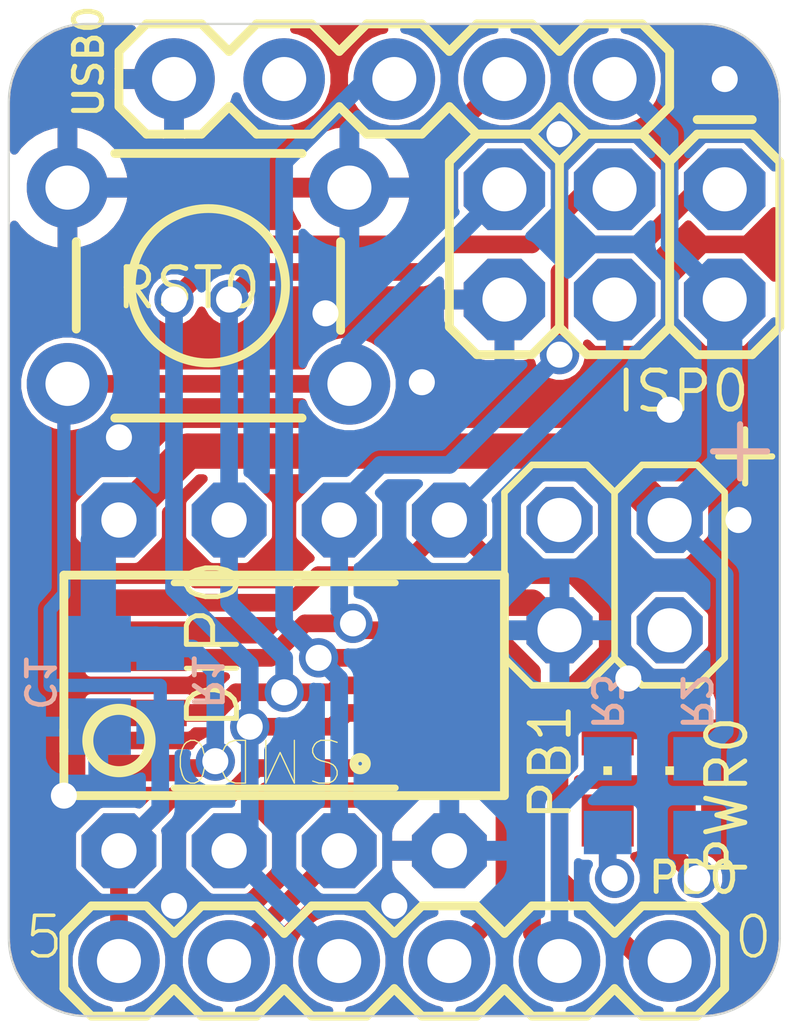
<source format=kicad_pcb>
(kicad_pcb (version 20241229) (generator "pcbnew") (generator_version "9.0")
  (layers (0 "F.Cu" signal) (2 "B.Cu" signal) (13 "F.Paste" user) (15 "B.Paste" user) (5 "F.SilkS" user "F.Silkscreen") (7 "B.SilkS" user "B.Silkscreen") (1 "F.Mask" user) (3 "B.Mask" user) (25 "Edge.Cuts" user))
  (net 0 "")
  (net 1 "N$1")
  (net 2 "VDD")
  (net 3 "GND")
  (net 4 "PB0/MOSI")
  (net 5 "PB1/MISO")
  (net 6 "PB2/SCK")
  (net 7 "PB3/D-")
  (net 8 "PB5/RST")
  (net 9 "PB4/D+")
  (net 10 "ID")
  (net 11 "N$2")
  (footprint "ATtiny prog board with USB:TACTILE-PTH" (layer "F.Cu") (at 144.214853 99.606094 180)
    (property "Reference" "RST0" (at -1.27 0.47625 0) (layer "F.SilkS") (effects (font (size 0.9017 0.9017) (thickness 0.1143)) (justify right top)))
    (property "Value" "" (hide yes))
    (fp_line (start 3.048 -0.998) (end 3.048 1.016) (stroke (width 0.2032)) (layer "F.SilkS"))
    (fp_line (start 2.159 -3.048) (end -2.159 -3.048) (stroke (width 0.2032)) (layer "F.SilkS"))
    (fp_line (start -2.159 3.048) (end 2.159 3.048) (stroke (width 0.2032)) (layer "F.SilkS"))
    (fp_line (start -3.048 -1.028) (end -3.048 1.016) (stroke (width 0.2032)) (layer "F.SilkS"))
    (fp_circle (center 0 0) (end 1.778 0) (stroke (width 0.2032)) (fill no) (layer "F.SilkS"))
    (pad "1" thru_hole circle (at -3.2512 -2.2606 180) (size 1.8796 1.8796) (drill 1.016) (layers "*.Cu" "*.Mask") (net 8 "PB5/RST"))
    (pad "2" thru_hole circle (at 3.2512 -2.2606 180) (size 1.8796 1.8796) (drill 1.016) (layers "*.Cu" "*.Mask") (net 8 "PB5/RST"))
    (pad "3" thru_hole circle (at -3.2512 2.2606 180) (size 1.8796 1.8796) (drill 1.016) (layers "*.Cu" "*.Mask") (net 3 "GND"))
    (pad "4" thru_hole circle (at 3.2512 2.2606 180) (size 1.8796 1.8796) (drill 1.016) (layers "*.Cu" "*.Mask") (net 3 "GND"))
  )
  (footprint "ATtiny prog board with USB:SO08-EIAJ" (layer "F.Cu") (at 145.961103 108.813594 90)
    (property "Reference" "SMD0" (at -1.143 1.42875 180) (layer "F.SilkS") (effects (font (size 0.986089 0.986089) (thickness 0.029911)) (justify left bottom)))
    (property "Value" "")
    (fp_line (start -2.362 -2.5396) (end -2.362 2.565) (stroke (width 0.1524)) (layer "F.SilkS"))
    (fp_line (start 2.362 2.565) (end 2.362 -2.5396) (stroke (width 0.1524)) (layer "F.SilkS"))
    (fp_circle (center -1.8034 1.7526) (end -1.6598 1.7526) (stroke (width 0.2032)) (fill no) (layer "F.SilkS"))
    (pad "1" smd rect (at -1.905 3.3782 90) (size 0.6096 2.2098) (layers "F.Cu" "F.Mask" "F.Paste") (net 8 "PB5/RST"))
    (pad "2" smd rect (at -0.635 3.3782 90) (size 0.6096 2.2098) (layers "F.Cu" "F.Mask" "F.Paste") (net 7 "PB3/D-"))
    (pad "3" smd rect (at 0.635 3.3782 90) (size 0.6096 2.2098) (layers "F.Cu" "F.Mask" "F.Paste") (net 9 "PB4/D+"))
    (pad "4" smd rect (at 1.905 3.3782 90) (size 0.6096 2.2098) (layers "F.Cu" "F.Mask" "F.Paste") (net 3 "GND"))
    (pad "5" smd rect (at 1.905 -3.3528 90) (size 0.6096 2.2098) (layers "F.Cu" "F.Mask" "F.Paste") (net 4 "PB0/MOSI"))
    (pad "6" smd rect (at 0.635 -3.3528 90) (size 0.6096 2.2098) (layers "F.Cu" "F.Mask" "F.Paste") (net 5 "PB1/MISO"))
    (pad "7" smd rect (at -0.635 -3.3528 90) (size 0.6096 2.2098) (layers "F.Cu" "F.Mask" "F.Paste") (net 6 "PB2/SCK"))
    (pad "8" smd rect (at -1.905 -3.3528 90) (size 0.6096 2.2098) (layers "F.Cu" "F.Mask" "F.Paste") (net 2 "VDD"))
  )
  (footprint "ATtiny prog board with USB:LED-805" (layer "F.Cu") (at 154.851103 110.877344)
    (property "Reference" "PWR_LED0" (hide yes))
    (property "Value" "")
    (fp_poly (pts (xy -0.1 0) (xy 0.1 0) (xy 0.1 -0.2) (xy -0.1 -0.2)) (fill yes) (layer "F.SilkS"))
    (pad "A" smd rect (at 0 1.05) (size 1.2 1.2) (layers "F.Cu" "F.Mask" "F.Paste") (net 1 "N$1"))
    (pad "C" smd rect (at 0 -1.05) (size 1.2 1.2) (layers "F.Cu" "F.Mask" "F.Paste") (net 3 "GND"))
  )
  (footprint "ATtiny prog board with USB:2X3" (layer "F.Cu") (at 156.121103 97.383594 180)
    (property "Reference" "ISP0" (at -0.635 -4.1275 0) (layer "F.SilkS") (effects (font (size 0.9017 0.9017) (thickness 0.1143)) (justify right top)))
    (property "Value" "")
    (fp_line (start 6.35 -3.175) (end 6.35 0.635) (stroke (width 0.2032)) (layer "F.SilkS"))
    (fp_line (start 5.715 1.27) (end 6.35 0.635) (stroke (width 0.2032)) (layer "F.SilkS"))
    (fp_line (start 5.715 -3.81) (end 6.35 -3.175) (stroke (width 0.2032)) (layer "F.SilkS"))
    (fp_line (start 4.445 1.27) (end 5.715 1.27) (stroke (width 0.2032)) (layer "F.SilkS"))
    (fp_line (start 4.445 -3.81) (end 5.715 -3.81) (stroke (width 0.2032)) (layer "F.SilkS"))
    (fp_line (start 3.81 0.635) (end 4.445 1.27) (stroke (width 0.2032)) (layer "F.SilkS"))
    (fp_line (start 3.81 -3.175) (end 4.445 -3.81) (stroke (width 0.2032)) (layer "F.SilkS"))
    (fp_line (start 3.81 -3.175) (end 3.81 0.635) (stroke (width 0.2032)) (layer "F.SilkS"))
    (fp_line (start 3.175 1.27) (end 3.81 0.635) (stroke (width 0.2032)) (layer "F.SilkS"))
    (fp_line (start 3.175 -3.81) (end 3.81 -3.175) (stroke (width 0.2032)) (layer "F.SilkS"))
    (fp_line (start 1.905 1.27) (end 3.175 1.27) (stroke (width 0.2032)) (layer "F.SilkS"))
    (fp_line (start 1.905 -3.81) (end 3.175 -3.81) (stroke (width 0.2032)) (layer "F.SilkS"))
    (fp_line (start 1.27 0.635) (end 1.905 1.27) (stroke (width 0.2032)) (layer "F.SilkS"))
    (fp_line (start 1.27 -3.175) (end 1.905 -3.81) (stroke (width 0.2032)) (layer "F.SilkS"))
    (fp_line (start 1.27 -3.175) (end 1.27 0.635) (stroke (width 0.2032)) (layer "F.SilkS"))
    (fp_line (start 0.635 1.605) (end -0.635 1.605) (stroke (width 0.2032)) (layer "F.SilkS"))
    (fp_line (start 0.635 1.27) (end 1.27 0.635) (stroke (width 0.2032)) (layer "F.SilkS"))
    (fp_line (start 0.635 -3.81) (end 1.27 -3.175) (stroke (width 0.2032)) (layer "F.SilkS"))
    (fp_line (start -0.635 1.27) (end 0.635 1.27) (stroke (width 0.2032)) (layer "F.SilkS"))
    (fp_line (start -0.635 -3.81) (end 0.635 -3.81) (stroke (width 0.2032)) (layer "F.SilkS"))
    (fp_line (start -1.27 0.635) (end -0.635 1.27) (stroke (width 0.2032)) (layer "F.SilkS"))
    (fp_line (start -1.27 0.635) (end -1.27 -3.175) (stroke (width 0.2032)) (layer "F.SilkS"))
    (fp_line (start -1.27 -3.175) (end -0.635 -3.81) (stroke (width 0.2032)) (layer "F.SilkS"))
    (pad "1" thru_hole roundrect (at 0 0 180) (size 1.8796 1.8796) (drill 1.016) (layers "*.Cu" "*.Mask") (chamfer_ratio 0.2928932188) (chamfer top_left top_right bottom_left bottom_right) (net 5 "PB1/MISO"))
    (pad "2" thru_hole roundrect (at 0 -2.54 180) (size 1.8796 1.8796) (drill 1.016) (layers "*.Cu" "*.Mask") (chamfer_ratio 0.2928932188) (chamfer top_left top_right bottom_left bottom_right) (net 2 "VDD"))
    (pad "3" thru_hole roundrect (at 2.54 0 180) (size 1.8796 1.8796) (drill 1.016) (layers "*.Cu" "*.Mask") (chamfer_ratio 0.2928932188) (chamfer top_left top_right bottom_left bottom_right) (net 6 "PB2/SCK"))
    (pad "4" thru_hole roundrect (at 2.54 -2.54 180) (size 1.8796 1.8796) (drill 1.016) (layers "*.Cu" "*.Mask") (chamfer_ratio 0.2928932188) (chamfer top_left top_right bottom_left bottom_right) (net 4 "PB0/MOSI"))
    (pad "5" thru_hole roundrect (at 5.08 0 180) (size 1.8796 1.8796) (drill 1.016) (layers "*.Cu" "*.Mask") (chamfer_ratio 0.2928932188) (chamfer top_left top_right bottom_left bottom_right) (net 8 "PB5/RST"))
    (pad "6" thru_hole roundrect (at 5.08 -2.54 180) (size 1.8796 1.8796) (drill 1.016) (layers "*.Cu" "*.Mask") (chamfer_ratio 0.2928932188) (chamfer top_left top_right bottom_left bottom_right) (net 3 "GND"))
  )
  (footprint "ATtiny prog board with USB:LED-805" (layer "F.Cu") (at 153.422353 110.877344)
    (property "Reference" "PB1" (at -0.79375 1.11125 90) (layer "F.SilkS") (effects (font (size 0.9017 0.9017) (thickness 0.1143)) (justify left bottom)))
    (property "Value" "")
    (fp_poly (pts (xy -0.1 0) (xy 0.1 0) (xy 0.1 -0.2) (xy -0.1 -0.2)) (fill yes) (layer "F.SilkS"))
    (pad "A" smd rect (at 0 1.05) (size 1.2 1.2) (layers "F.Cu" "F.Mask" "F.Paste") (net 11 "N$2"))
    (pad "C" smd rect (at 0 -1.05) (size 1.2 1.2) (layers "F.Cu" "F.Mask" "F.Paste") (net 3 "GND"))
  )
  (footprint "ATtiny prog board with USB:2X02" (layer "F.Cu") (at 153.581103 106.273594 180)
    (property "Reference" "PWR0" (at -2.06375 -3.175 90) (layer "F.SilkS") (effects (font (size 0.9017 0.9017) (thickness 0.1143)) (justify right top)))
    (property "Value" "")
    (fp_line (start 2.54 -1.905) (end 2.54 1.905) (stroke (width 0.1524)) (layer "F.SilkS"))
    (fp_line (start 1.905 2.54) (end 2.54 1.905) (stroke (width 0.1524)) (layer "F.SilkS"))
    (fp_line (start 1.905 -2.54) (end 2.54 -1.905) (stroke (width 0.1524)) (layer "F.SilkS"))
    (fp_line (start 0.635 2.54) (end 1.905 2.54) (stroke (width 0.1524)) (layer "F.SilkS"))
    (fp_line (start 0.635 -2.54) (end 1.905 -2.54) (stroke (width 0.1524)) (layer "F.SilkS"))
    (fp_line (start 0 1.905) (end 0.635 2.54) (stroke (width 0.1524)) (layer "F.SilkS"))
    (fp_line (start 0 -1.905) (end 0.635 -2.54) (stroke (width 0.1524)) (layer "F.SilkS"))
    (fp_line (start 0 -1.905) (end 0 1.905) (stroke (width 0.1524)) (layer "F.SilkS"))
    (fp_line (start -0.635 2.54) (end 0 1.905) (stroke (width 0.1524)) (layer "F.SilkS"))
    (fp_line (start -0.635 -2.54) (end 0 -1.905) (stroke (width 0.1524)) (layer "F.SilkS"))
    (fp_line (start -1.905 2.54) (end -0.635 2.54) (stroke (width 0.1524)) (layer "F.SilkS"))
    (fp_line (start -1.905 -2.54) (end -0.635 -2.54) (stroke (width 0.1524)) (layer "F.SilkS"))
    (fp_line (start -2.54 1.905) (end -1.905 2.54) (stroke (width 0.1524)) (layer "F.SilkS"))
    (fp_line (start -2.54 1.905) (end -2.54 -1.905) (stroke (width 0.1524)) (layer "F.SilkS"))
    (fp_line (start -2.54 -1.905) (end -1.905 -2.54) (stroke (width 0.1524)) (layer "F.SilkS"))
    (pad "1" thru_hole roundrect (at -1.27 1.27 180) (size 1.524 1.524) (drill 1.016) (layers "*.Cu" "*.Mask") (chamfer_ratio 0.2928932188) (chamfer top_left top_right bottom_left bottom_right) (net 2 "VDD"))
    (pad "2" thru_hole roundrect (at -1.27 -1.27 180) (size 1.524 1.524) (drill 1.016) (layers "*.Cu" "*.Mask") (chamfer_ratio 0.2928932188) (chamfer top_left top_right bottom_left bottom_right))
    (pad "3" thru_hole roundrect (at 1.27 1.27 180) (size 1.524 1.524) (drill 1.016) (layers "*.Cu" "*.Mask") (chamfer_ratio 0.2928932188) (chamfer top_left top_right bottom_left bottom_right))
    (pad "4" thru_hole roundrect (at 1.27 -1.27 180) (size 1.524 1.524) (drill 1.016) (layers "*.Cu" "*.Mask") (chamfer_ratio 0.2928932188) (chamfer top_left top_right bottom_left bottom_right) (net 3 "GND"))
  )
  (footprint "ATtiny prog board with USB:DIP08" (layer "F.Cu") (at 145.961103 108.813594)
    (property "Reference" "DIP0" (at -0.9525 1.11125 90) (layer "F.SilkS") (effects (font (size 1.1557 1.1557) (thickness 0.1143)) (justify left bottom)))
    (property "Value" "")
    (fp_line (start -5.08 -2.54) (end -5.08 1.524) (stroke (width 0.2032)) (layer "F.SilkS"))
    (fp_line (start -5.08 -2.54) (end 5.08 -2.54) (stroke (width 0.2032)) (layer "F.SilkS"))
    (fp_line (start -5.08 1.524) (end -5.08 1.016) (stroke (width 0.2032)) (layer "F.SilkS"))
    (fp_line (start -5.08 2.54) (end -5.08 1.524) (stroke (width 0.2032)) (layer "F.SilkS"))
    (fp_line (start -5.08 2.54) (end 5.08 2.54) (stroke (width 0.2032)) (layer "F.SilkS"))
    (fp_line (start 5.08 -2.54) (end 5.08 2.54) (stroke (width 0.2032)) (layer "F.SilkS"))
    (fp_circle (center -3.81 1.27) (end -3.0916 1.27) (stroke (width 0.254)) (fill no) (layer "F.SilkS"))
    (pad "1" thru_hole roundrect (at -3.81 3.81) (size 1.7272 1.7272) (drill 0.8128) (layers "*.Cu" "*.Mask") (chamfer_ratio 0.2928932188) (chamfer top_left top_right bottom_left bottom_right) (net 8 "PB5/RST"))
    (pad "2" thru_hole roundrect (at -1.27 3.81) (size 1.7272 1.7272) (drill 0.8128) (layers "*.Cu" "*.Mask") (chamfer_ratio 0.2928932188) (chamfer top_left top_right bottom_left bottom_right) (net 7 "PB3/D-"))
    (pad "3" thru_hole roundrect (at 1.27 3.81) (size 1.7272 1.7272) (drill 0.8128) (layers "*.Cu" "*.Mask") (chamfer_ratio 0.2928932188) (chamfer top_left top_right bottom_left bottom_right) (net 9 "PB4/D+"))
    (pad "4" thru_hole roundrect (at 3.81 3.81) (size 1.7272 1.7272) (drill 0.8128) (layers "*.Cu" "*.Mask") (chamfer_ratio 0.2928932188) (chamfer top_left top_right bottom_left bottom_right) (net 3 "GND"))
    (pad "5" thru_hole roundrect (at 3.81 -3.81) (size 1.7272 1.7272) (drill 0.8128) (layers "*.Cu" "*.Mask") (chamfer_ratio 0.2928932188) (chamfer top_left top_right bottom_left bottom_right) (net 4 "PB0/MOSI"))
    (pad "6" thru_hole roundrect (at 1.27 -3.81) (size 1.7272 1.7272) (drill 0.8128) (layers "*.Cu" "*.Mask") (chamfer_ratio 0.2928932188) (chamfer top_left top_right bottom_left bottom_right) (net 5 "PB1/MISO"))
    (pad "7" thru_hole roundrect (at -1.27 -3.81) (size 1.7272 1.7272) (drill 0.8128) (layers "*.Cu" "*.Mask") (chamfer_ratio 0.2928932188) (chamfer top_left top_right bottom_left bottom_right) (net 6 "PB2/SCK"))
    (pad "8" thru_hole roundrect (at -3.81 -3.81) (size 1.7272 1.7272) (drill 0.8128) (layers "*.Cu" "*.Mask") (chamfer_ratio 0.2928932188) (chamfer top_left top_right bottom_left bottom_right) (net 2 "VDD"))
  )
  (footprint "ATtiny prog board with USB:1X05" (layer "F.Cu") (at 153.581103 94.843594 180)
    (property "Reference" "USB0" (at 11.7475 -0.9525 90) (layer "F.SilkS") (effects (font (size 0.6477 0.6477) (thickness 0.1143)) (justify left bottom)))
    (property "Value" "" (hide yes))
    (fp_line (start 11.43 0.635) (end 10.795 1.27) (stroke (width 0.2032)) (layer "F.SilkS"))
    (fp_line (start 11.43 -0.635) (end 11.43 0.635) (stroke (width 0.2032)) (layer "F.SilkS"))
    (fp_line (start 10.795 1.27) (end 9.525 1.27) (stroke (width 0.2032)) (layer "F.SilkS"))
    (fp_line (start 10.795 -1.27) (end 11.43 -0.635) (stroke (width 0.2032)) (layer "F.SilkS"))
    (fp_line (start 9.525 1.27) (end 8.89 0.635) (stroke (width 0.2032)) (layer "F.SilkS"))
    (fp_line (start 9.525 -1.27) (end 10.795 -1.27) (stroke (width 0.2032)) (layer "F.SilkS"))
    (fp_line (start 8.89 0.635) (end 8.255 1.27) (stroke (width 0.2032)) (layer "F.SilkS"))
    (fp_line (start 8.89 -0.635) (end 9.525 -1.27) (stroke (width 0.2032)) (layer "F.SilkS"))
    (fp_line (start 8.255 1.27) (end 6.985 1.27) (stroke (width 0.2032)) (layer "F.SilkS"))
    (fp_line (start 8.255 -1.27) (end 8.89 -0.635) (stroke (width 0.2032)) (layer "F.SilkS"))
    (fp_line (start 6.985 -1.27) (end 8.255 -1.27) (stroke (width 0.2032)) (layer "F.SilkS"))
    (fp_line (start 6.985 -1.27) (end 6.35 -0.635) (stroke (width 0.2032)) (layer "F.SilkS"))
    (fp_line (start 6.35 0.635) (end 6.985 1.27) (stroke (width 0.2032)) (layer "F.SilkS"))
    (fp_line (start 6.35 0.635) (end 5.715 1.27) (stroke (width 0.2032)) (layer "F.SilkS"))
    (fp_line (start 5.715 1.27) (end 4.445 1.27) (stroke (width 0.2032)) (layer "F.SilkS"))
    (fp_line (start 5.715 -1.27) (end 6.35 -0.635) (stroke (width 0.2032)) (layer "F.SilkS"))
    (fp_line (start 4.445 1.27) (end 3.81 0.635) (stroke (width 0.2032)) (layer "F.SilkS"))
    (fp_line (start 4.445 -1.27) (end 5.715 -1.27) (stroke (width 0.2032)) (layer "F.SilkS"))
    (fp_line (start 3.81 0.635) (end 3.175 1.27) (stroke (width 0.2032)) (layer "F.SilkS"))
    (fp_line (start 3.81 -0.635) (end 4.445 -1.27) (stroke (width 0.2032)) (layer "F.SilkS"))
    (fp_line (start 3.175 1.27) (end 1.905 1.27) (stroke (width 0.2032)) (layer "F.SilkS"))
    (fp_line (start 3.175 -1.27) (end 3.81 -0.635) (stroke (width 0.2032)) (layer "F.SilkS"))
    (fp_line (start 1.905 1.27) (end 1.27 0.635) (stroke (width 0.2032)) (layer "F.SilkS"))
    (fp_line (start 1.905 -1.27) (end 3.175 -1.27) (stroke (width 0.2032)) (layer "F.SilkS"))
    (fp_line (start 1.27 0.635) (end 0.635 1.27) (stroke (width 0.2032)) (layer "F.SilkS"))
    (fp_line (start 1.27 -0.635) (end 1.905 -1.27) (stroke (width 0.2032)) (layer "F.SilkS"))
    (fp_line (start 0.635 1.27) (end -0.635 1.27) (stroke (width 0.2032)) (layer "F.SilkS"))
    (fp_line (start 0.635 -1.27) (end 1.27 -0.635) (stroke (width 0.2032)) (layer "F.SilkS"))
    (fp_line (start -0.635 -1.27) (end 0.635 -1.27) (stroke (width 0.2032)) (layer "F.SilkS"))
    (fp_line (start -0.635 -1.27) (end -1.27 -0.635) (stroke (width 0.2032)) (layer "F.SilkS"))
    (fp_line (start -1.27 0.635) (end -0.635 1.27) (stroke (width 0.2032)) (layer "F.SilkS"))
    (fp_line (start -1.27 -0.635) (end -1.27 0.635) (stroke (width 0.2032)) (layer "F.SilkS"))
    (pad "1" thru_hole circle (at 0 0 270) (size 1.8796 1.8796) (drill 1.016) (layers "*.Cu" "*.Mask") (net 2 "VDD"))
    (pad "2" thru_hole circle (at 2.54 0 270) (size 1.8796 1.8796) (drill 1.016) (layers "*.Cu" "*.Mask") (net 7 "PB3/D-"))
    (pad "3" thru_hole circle (at 5.08 0 270) (size 1.8796 1.8796) (drill 1.016) (layers "*.Cu" "*.Mask") (net 9 "PB4/D+"))
    (pad "4" thru_hole circle (at 7.62 0 270) (size 1.8796 1.8796) (drill 1.016) (layers "*.Cu" "*.Mask") (net 10 "ID"))
    (pad "5" thru_hole circle (at 10.16 0 270) (size 1.8796 1.8796) (drill 1.016) (layers "*.Cu" "*.Mask") (net 3 "GND"))
  )
  (footprint "ATtiny prog board with USB:1X06" (layer "F.Cu") (at 154.851103 115.163594 180)
    (property "Reference" "PB0" (at 0.55245 1.5113 0) (layer "F.SilkS") (effects (font (size 0.6985 0.6985) (thickness 0.1143)) (justify left bottom)))
    (property "Value" "")
    (fp_line (start 13.97 0.635) (end 13.335 1.27) (stroke (width 0.2032)) (layer "F.SilkS"))
    (fp_line (start 13.97 -0.635) (end 13.97 0.635) (stroke (width 0.2032)) (layer "F.SilkS"))
    (fp_line (start 13.335 1.27) (end 12.065 1.27) (stroke (width 0.2032)) (layer "F.SilkS"))
    (fp_line (start 13.335 -1.27) (end 13.97 -0.635) (stroke (width 0.2032)) (layer "F.SilkS"))
    (fp_line (start 12.065 1.27) (end 11.43 0.635) (stroke (width 0.2032)) (layer "F.SilkS"))
    (fp_line (start 12.065 -1.27) (end 13.335 -1.27) (stroke (width 0.2032)) (layer "F.SilkS"))
    (fp_line (start 11.43 0.635) (end 10.795 1.27) (stroke (width 0.2032)) (layer "F.SilkS"))
    (fp_line (start 11.43 -0.635) (end 12.065 -1.27) (stroke (width 0.2032)) (layer "F.SilkS"))
    (fp_line (start 10.795 1.27) (end 9.525 1.27) (stroke (width 0.2032)) (layer "F.SilkS"))
    (fp_line (start 10.795 -1.27) (end 11.43 -0.635) (stroke (width 0.2032)) (layer "F.SilkS"))
    (fp_line (start 9.525 1.27) (end 8.89 0.635) (stroke (width 0.2032)) (layer "F.SilkS"))
    (fp_line (start 9.525 -1.27) (end 10.795 -1.27) (stroke (width 0.2032)) (layer "F.SilkS"))
    (fp_line (start 8.89 0.635) (end 8.255 1.27) (stroke (width 0.2032)) (layer "F.SilkS"))
    (fp_line (start 8.89 -0.635) (end 9.525 -1.27) (stroke (width 0.2032)) (layer "F.SilkS"))
    (fp_line (start 8.255 1.27) (end 6.985 1.27) (stroke (width 0.2032)) (layer "F.SilkS"))
    (fp_line (start 8.255 -1.27) (end 8.89 -0.635) (stroke (width 0.2032)) (layer "F.SilkS"))
    (fp_line (start 6.985 -1.27) (end 8.255 -1.27) (stroke (width 0.2032)) (layer "F.SilkS"))
    (fp_line (start 6.985 -1.27) (end 6.35 -0.635) (stroke (width 0.2032)) (layer "F.SilkS"))
    (fp_line (start 6.35 0.635) (end 6.985 1.27) (stroke (width 0.2032)) (layer "F.SilkS"))
    (fp_line (start 6.35 0.635) (end 5.715 1.27) (stroke (width 0.2032)) (layer "F.SilkS"))
    (fp_line (start 5.715 1.27) (end 4.445 1.27) (stroke (width 0.2032)) (layer "F.SilkS"))
    (fp_line (start 5.715 -1.27) (end 6.35 -0.635) (stroke (width 0.2032)) (layer "F.SilkS"))
    (fp_line (start 4.445 1.27) (end 3.81 0.635) (stroke (width 0.2032)) (layer "F.SilkS"))
    (fp_line (start 4.445 -1.27) (end 5.715 -1.27) (stroke (width 0.2032)) (layer "F.SilkS"))
    (fp_line (start 3.81 0.635) (end 3.175 1.27) (stroke (width 0.2032)) (layer "F.SilkS"))
    (fp_line (start 3.81 -0.635) (end 4.445 -1.27) (stroke (width 0.2032)) (layer "F.SilkS"))
    (fp_line (start 3.175 1.27) (end 1.905 1.27) (stroke (width 0.2032)) (layer "F.SilkS"))
    (fp_line (start 3.175 -1.27) (end 3.81 -0.635) (stroke (width 0.2032)) (layer "F.SilkS"))
    (fp_line (start 1.905 1.27) (end 1.27 0.635) (stroke (width 0.2032)) (layer "F.SilkS"))
    (fp_line (start 1.905 -1.27) (end 3.175 -1.27) (stroke (width 0.2032)) (layer "F.SilkS"))
    (fp_line (start 1.27 0.635) (end 0.635 1.27) (stroke (width 0.2032)) (layer "F.SilkS"))
    (fp_line (start 1.27 -0.635) (end 1.905 -1.27) (stroke (width 0.2032)) (layer "F.SilkS"))
    (fp_line (start 0.635 1.27) (end -0.635 1.27) (stroke (width 0.2032)) (layer "F.SilkS"))
    (fp_line (start 0.635 -1.27) (end 1.27 -0.635) (stroke (width 0.2032)) (layer "F.SilkS"))
    (fp_line (start -0.635 -1.27) (end 0.635 -1.27) (stroke (width 0.2032)) (layer "F.SilkS"))
    (fp_line (start -0.635 -1.27) (end -1.27 -0.635) (stroke (width 0.2032)) (layer "F.SilkS"))
    (fp_line (start -1.27 0.635) (end -0.635 1.27) (stroke (width 0.2032)) (layer "F.SilkS"))
    (fp_line (start -1.27 -0.635) (end -1.27 0.635) (stroke (width 0.2032)) (layer "F.SilkS"))
    (pad "1" thru_hole circle (at 0 0 270) (size 1.8796 1.8796) (drill 1.016) (layers "*.Cu" "*.Mask") (net 4 "PB0/MOSI"))
    (pad "2" thru_hole circle (at 2.54 0 270) (size 1.8796 1.8796) (drill 1.016) (layers "*.Cu" "*.Mask") (net 5 "PB1/MISO"))
    (pad "3" thru_hole circle (at 5.08 0 270) (size 1.8796 1.8796) (drill 1.016) (layers "*.Cu" "*.Mask") (net 6 "PB2/SCK"))
    (pad "4" thru_hole circle (at 7.62 0 270) (size 1.8796 1.8796) (drill 1.016) (layers "*.Cu" "*.Mask") (net 7 "PB3/D-"))
    (pad "5" thru_hole circle (at 10.16 0 270) (size 1.8796 1.8796) (drill 1.016) (layers "*.Cu" "*.Mask") (net 9 "PB4/D+"))
    (pad "6" thru_hole circle (at 12.7 0 270) (size 1.8796 1.8796) (drill 1.016) (layers "*.Cu" "*.Mask") (net 8 "PB5/RST"))
  )
  (footprint "ATtiny prog board with USB:C805" (layer "B.Cu") (at 141.674853 108.813594 -90)
    (property "Reference" "C1" (at 0.635 1.74625 -90) (layer "B.SilkS") (effects (font (size 0.65471 0.65471) (thickness 0.10729)) (justify left bottom mirror)))
    (property "Value" "10uF" (hide yes))
    (pad "1" smd rect (at -0.95 0 270) (size 1.3 1.5) (layers "B.Cu" "B.Mask" "B.Paste") (net 2 "VDD"))
    (pad "2" smd rect (at 0.95 0 270) (size 1.3 1.5) (layers "B.Cu" "B.Mask" "B.Paste") (net 3 "GND"))
  )
  (footprint "ATtiny prog board with USB:R603" (layer "B.Cu") (at 143.103603 108.813594 -90)
    (property "Reference" "R1" (at 0.60325 -0.6985 -90) (layer "B.SilkS") (effects (font (size 0.6477 0.6477) (thickness 0.1143)) (justify left bottom mirror)))
    (property "Value" "10k" (hide yes))
    (pad "1" smd rect (at -0.85 0 270) (size 1 1.1) (layers "B.Cu" "B.Mask" "B.Paste") (net 2 "VDD"))
    (pad "2" smd rect (at 0.85 0 270) (size 1 1.1) (layers "B.Cu" "B.Mask" "B.Paste") (net 8 "PB5/RST"))
  )
  (footprint "ATtiny prog board with USB:R603" (layer "B.Cu") (at 153.422353 111.353594 -90)
    (property "Reference" "R3" (at -1.4605 0.41275 -90) (layer "B.SilkS") (effects (font (size 0.6477 0.6477) (thickness 0.1143)) (justify left bottom mirror)))
    (property "Value" "300" (hide yes))
    (pad "1" smd rect (at -0.85 0 270) (size 1 1.1) (layers "B.Cu" "B.Mask" "B.Paste") (net 5 "PB1/MISO"))
    (pad "2" smd rect (at 0.85 0 270) (size 1 1.1) (layers "B.Cu" "B.Mask" "B.Paste") (net 11 "N$2"))
  )
  (footprint "ATtiny prog board with USB:R603" (layer "B.Cu") (at 155.486103 111.353594 -90)
    (property "Reference" "R2" (at -1.4605 0.41275 -90) (layer "B.SilkS") (effects (font (size 0.6477 0.6477) (thickness 0.1143)) (justify left bottom mirror)))
    (property "Value" "300" (hide yes))
    (pad "1" smd rect (at -0.85 0 270) (size 1 1.1) (layers "B.Cu" "B.Mask" "B.Paste") (net 2 "VDD"))
    (pad "2" smd rect (at 0.85 0 270) (size 1 1.1) (layers "B.Cu" "B.Mask" "B.Paste") (net 1 "N$1"))
  )
  (gr_arc (start 139.611103 95.372589) (mid 140.133015 94.102579) (end 141.400096 93.573594) (stroke (width 0.05)) (layer "Edge.Cuts"))
  (gr_arc (start 141.407153 116.433594) (mid 140.137154 115.907543) (end 139.611103 114.637544) (stroke (width 0.05)) (layer "Edge.Cuts"))
  (gr_line (start 155.598462 93.573594) (end 141.400096 93.573594) (stroke (width 0.05)) (layer "Edge.Cuts"))
  (gr_arc (start 157.391103 114.646362) (mid 156.861385 115.912715) (end 155.591371 116.433594) (stroke (width 0.05)) (layer "Edge.Cuts"))
  (gr_line (start 139.611103 95.372588) (end 139.611103 114.637544) (stroke (width 0.05)) (layer "Edge.Cuts"))
  (gr_line (start 141.407153 116.433594) (end 155.591371 116.433594) (stroke (width 0.05)) (layer "Edge.Cuts"))
  (gr_arc (start 155.598462 93.573594) (mid 156.865533 94.097396) (end 157.391103 95.363735) (stroke (width 0.05)) (layer "Edge.Cuts"))
  (gr_line (start 157.391103 114.646363) (end 157.391103 95.363735) (stroke (width 0.05)) (layer "Edge.Cuts"))
  (gr_text "0" (at 156.279853 115.163594 0) (layer "F.SilkS") (effects (font (size 0.93472 0.93472) (thickness 0.08128)) (justify left bottom)))
  (gr_text "+" (at 155.486103 104.368594 0) (layer "F.SilkS") (effects (font (size 1.63576 1.63576) (thickness 0.14224)) (justify left bottom)))
  (gr_text "5" (at 139.928603 115.163594 0) (layer "F.SilkS") (effects (font (size 0.93472 0.93472) (thickness 0.08128)) (justify left bottom)))
  (gr_text "+" (at 155.644853 104.527344 -90) (layer "B.SilkS") (effects (font (size 1.63576 1.63576) (thickness 0.14224)) (justify left bottom mirror)))
  (segment (start 154.851103 112.623594) (end 155.486103 113.258594) (width 0.4064) (layer "F.Cu") (net 1))
  (segment (start 154.851103 111.927344) (end 154.851103 112.623594) (width 0.4064) (layer "F.Cu") (net 1))
  (via (at 155.486103 113.258594) (size 0.9048) (drill 0.6) (layers "F.Cu" "B.Cu") (net 1))
  (segment (start 155.486103 112.203594) (end 155.486103 113.258594) (width 0.4064) (layer "B.Cu") (net 1))
  (segment (start 155.486103 112.203594) (end 155.486103 112.147344) (width 0.4064) (layer "B.Cu") (net 1))
  (segment (start 142.608303 110.718594) (end 144.214853 110.718594) (width 0.4064) (layer "F.Cu") (net 2))
  (segment (start 143.738603 103.416094) (end 153.263603 103.416094) (width 0.8128) (layer "F.Cu") (net 2))
  (segment (start 144.214853 110.718594) (end 144.373603 110.559844) (width 0.4064) (layer "F.Cu") (net 2))
  (segment (start 153.263603 103.416094) (end 154.851103 105.003594) (width 0.8128) (layer "F.Cu") (net 2))
  (segment (start 142.151103 105.003594) (end 143.738603 103.416094) (width 0.8128) (layer "F.Cu") (net 2))
  (via (at 144.373603 110.559844) (size 0.9048) (drill 0.6) (layers "F.Cu" "B.Cu") (net 2))
  (segment (start 143.103603 107.963594) (end 143.003603 107.863594) (width 0.8128) (layer "B.Cu") (net 2))
  (segment (start 143.841103 107.963594) (end 143.103603 107.963594) (width 0.4064) (layer "B.Cu") (net 2))
  (segment (start 156.121103 109.868594) (end 155.486103 110.503594) (width 0.4064) (layer "B.Cu") (net 2))
  (segment (start 144.373603 110.559844) (end 144.373603 108.496094) (width 0.4064) (layer "B.Cu") (net 2))
  (segment (start 144.373603 108.496094) (end 143.841103 107.963594) (width 0.4064) (layer "B.Cu") (net 2))
  (segment (start 156.121103 109.868594) (end 156.121103 106.273594) (width 0.4064) (layer "B.Cu") (net 2))
  (segment (start 141.674853 107.863594) (end 141.674853 105.479844) (width 0.8128) (layer "B.Cu") (net 2))
  (segment (start 154.851103 96.113594) (end 154.851103 98.653594) (width 0.4064) (layer "B.Cu") (net 2))
  (segment (start 156.121103 99.923594) (end 156.121103 103.733594) (width 0.8128) (layer "B.Cu") (net 2))
  (segment (start 156.121103 103.733594) (end 154.851103 105.003594) (width 0.8128) (layer "B.Cu") (net 2))
  (segment (start 143.003603 107.863594) (end 141.674853 107.863594) (width 0.8128) (layer "B.Cu") (net 2))
  (segment (start 154.851103 98.653594) (end 156.121103 99.923594) (width 0.4064) (layer "B.Cu") (net 2))
  (segment (start 156.121103 106.273594) (end 154.851103 105.003594) (width 0.4064) (layer "B.Cu") (net 2))
  (segment (start 153.581103 94.843594) (end 154.851103 96.113594) (width 0.4064) (layer "B.Cu") (net 2))
  (segment (start 141.674853 105.479844) (end 142.151103 105.003594) (width 0.8128) (layer "B.Cu") (net 2))
  (segment (start 149.339303 106.908594) (end 151.676103 106.908594) (width 0.6096) (layer "F.Cu") (net 3))
  (segment (start 151.676103 106.908594) (end 152.311103 107.543594) (width 0.6096) (layer "F.Cu") (net 3))
  (via (at 143.421103 113.893594) (size 0.9048) (drill 0.6) (layers "F.Cu" "B.Cu") (net 3))
  (via (at 140.881103 111.353594) (size 0.9048) (drill 0.6) (layers "F.Cu" "B.Cu") (net 3))
  (via (at 149.136103 101.828594) (size 0.9048) (drill 0.6) (layers "F.Cu" "B.Cu") (net 3))
  (via (at 156.121103 94.843594) (size 0.9048) (drill 0.6) (layers "F.Cu" "B.Cu") (net 3))
  (via (at 152.311103 96.113594) (size 0.9048) (drill 0.6) (layers "F.Cu" "B.Cu") (net 3))
  (via (at 142.151103 103.098594) (size 0.9048) (drill 0.6) (layers "F.Cu" "B.Cu") (net 3))
  (via (at 154.851103 102.463594) (size 0.9048) (drill 0.6) (layers "F.Cu" "B.Cu") (net 3))
  (via (at 153.898603 108.654844) (size 0.9048) (drill 0.6) (layers "F.Cu" "B.Cu") (net 3))
  (via (at 156.438603 105.003594) (size 0.9048) (drill 0.6) (layers "F.Cu" "B.Cu") (net 3))
  (via (at 146.913603 100.241094) (size 0.9048) (drill 0.6) (layers "F.Cu" "B.Cu") (net 3))
  (via (at 148.501103 113.893594) (size 0.9048) (drill 0.6) (layers "F.Cu" "B.Cu") (net 3))
  (segment (start 148.501103 106.273594) (end 149.771103 105.003594) (width 0.4064) (layer "F.Cu") (net 4))
  (segment (start 152.311103 113.258594) (end 154.216103 115.163594) (width 0.4064) (layer "F.Cu") (net 4))
  (segment (start 146.754853 106.273594) (end 148.501103 106.273594) (width 0.4064) (layer "F.Cu") (net 4))
  (segment (start 153.422353 108.019844) (end 152.311103 109.131094) (width 0.4064) (layer "F.Cu") (net 4))
  (segment (start 152.628603 106.273594) (end 151.041103 106.273594) (width 0.4064) (layer "F.Cu") (net 4))
  (segment (start 153.422353 108.019844) (end 153.422353 107.067344) (width 0.4064) (layer "F.Cu") (net 4))
  (segment (start 153.422353 107.067344) (end 152.628603 106.273594) (width 0.4064) (layer "F.Cu") (net 4))
  (segment (start 152.311103 109.131094) (end 152.311103 113.258594) (width 0.4064) (layer "F.Cu") (net 4))
  (segment (start 146.119853 106.908594) (end 146.754853 106.273594) (width 0.4064) (layer "F.Cu") (net 4))
  (segment (start 142.608303 106.908594) (end 146.119853 106.908594) (width 0.4064) (layer "F.Cu") (net 4))
  (segment (start 151.041103 106.273594) (end 149.771103 105.003594) (width 0.4064) (layer "F.Cu") (net 4))
  (segment (start 154.216103 115.163594) (end 154.851103 115.163594) (width 0.4064) (layer "F.Cu") (net 4))
  (segment (start 149.771103 105.003594) (end 153.581103 101.193594) (width 0.4064) (layer "B.Cu") (net 4))
  (segment (start 153.581103 101.193594) (end 153.581103 99.923594) (width 0.4064) (layer "B.Cu") (net 4))
  (segment (start 147.707353 107.543594) (end 150.723603 107.543594) (width 0.4064) (layer "F.Cu") (net 5))
  (segment (start 150.723603 107.543594) (end 151.676103 108.496094) (width 0.4064) (layer "F.Cu") (net 5))
  (segment (start 156.121103 97.383594) (end 155.486103 97.383594) (width 0.4064) (layer "F.Cu") (net 5))
  (segment (start 147.548603 107.384844) (end 147.707353 107.543594) (width 0.4064) (layer "F.Cu") (net 5))
  (segment (start 155.486103 97.383594) (end 154.216103 98.653594) (width 0.4064) (layer "F.Cu") (net 5))
  (segment (start 145.643603 108.178594) (end 146.437353 107.384844) (width 0.4064) (layer "F.Cu") (net 5))
  (segment (start 154.216103 98.653594) (end 152.946103 98.653594) (width 0.4064) (layer "F.Cu") (net 5))
  (segment (start 152.946103 98.653594) (end 152.311103 99.288594) (width 0.4064) (layer "F.Cu") (net 5))
  (segment (start 142.608303 108.178594) (end 145.643603 108.178594) (width 0.4064) (layer "F.Cu") (net 5))
  (segment (start 146.437353 107.384844) (end 147.548603 107.384844) (width 0.4064) (layer "F.Cu") (net 5))
  (segment (start 151.676103 108.496094) (end 151.676103 114.528594) (width 0.4064) (layer "F.Cu") (net 5))
  (segment (start 151.676103 114.528594) (end 152.311103 115.163594) (width 0.4064) (layer "F.Cu") (net 5))
  (segment (start 152.311103 99.288594) (end 152.311103 101.193594) (width 0.4064) (layer "F.Cu") (net 5))
  (via (at 152.311103 101.193594) (size 0.9048) (drill 0.6) (layers "F.Cu" "B.Cu") (net 5))
  (via (at 147.548603 107.384844) (size 0.9048) (drill 0.6) (layers "F.Cu" "B.Cu") (net 5))
  (segment (start 147.231103 107.067344) (end 147.548603 107.384844) (width 0.4064) (layer "B.Cu") (net 5))
  (segment (start 147.231103 105.003594) (end 147.231103 107.067344) (width 0.4064) (layer "B.Cu") (net 5))
  (segment (start 147.231103 104.686094) (end 148.183603 103.733594) (width 0.4064) (layer "B.Cu") (net 5))
  (segment (start 149.771103 103.733594) (end 152.311103 101.193594) (width 0.4064) (layer "B.Cu") (net 5))
  (segment (start 152.311103 111.614844) (end 152.311103 115.163594) (width 0.4064) (layer "B.Cu") (net 5))
  (segment (start 147.231103 105.003594) (end 147.231103 104.686094) (width 0.4064) (layer "B.Cu") (net 5))
  (segment (start 153.422353 110.503594) (end 152.311103 111.614844) (width 0.4064) (layer "B.Cu") (net 5))
  (segment (start 148.183603 103.733594) (end 149.771103 103.733594) (width 0.4064) (layer "B.Cu") (net 5))
  (segment (start 144.849853 108.972344) (end 145.961103 108.972344) (width 0.4064) (layer "F.Cu") (net 6))
  (segment (start 151.041103 113.893594) (end 149.771103 115.163594) (width 0.4064) (layer "F.Cu") (net 6))
  (segment (start 147.231103 108.813594) (end 150.723603 108.813594) (width 0.4064) (layer "F.Cu") (net 6))
  (segment (start 144.373603 109.448594) (end 144.849853 108.972344) (width 0.4064) (layer "F.Cu") (net 6))
  (segment (start 150.723603 108.813594) (end 151.041103 109.131094) (width 0.4064) (layer "F.Cu") (net 6))
  (segment (start 145.961103 108.972344) (end 147.072353 108.972344) (width 0.4064) (layer "F.Cu") (net 6))
  (segment (start 145.326103 99.288594) (end 144.691103 99.923594) (width 0.4064) (layer "F.Cu") (net 6))
  (segment (start 147.072353 108.972344) (end 147.231103 108.813594) (width 0.4064) (layer "F.Cu") (net 6))
  (segment (start 142.608303 109.448594) (end 144.373603 109.448594) (width 0.4064) (layer "F.Cu") (net 6))
  (segment (start 151.676103 98.653594) (end 149.771103 98.653594) (width 0.4064) (layer "F.Cu") (net 6))
  (segment (start 151.041103 109.131094) (end 151.041103 113.893594) (width 0.4064) (layer "F.Cu") (net 6))
  (segment (start 149.136103 99.288594) (end 145.326103 99.288594) (width 0.4064) (layer "F.Cu") (net 6))
  (segment (start 149.771103 98.653594) (end 149.136103 99.288594) (width 0.4064) (layer "F.Cu") (net 6))
  (segment (start 152.946103 97.383594) (end 151.676103 98.653594) (width 0.4064) (layer "F.Cu") (net 6))
  (segment (start 153.581103 97.383594) (end 152.946103 97.383594) (width 0.4064) (layer "F.Cu") (net 6))
  (via (at 145.961103 108.972344) (size 0.9048) (drill 0.6) (layers "F.Cu" "B.Cu") (net 6))
  (via (at 144.691103 99.923594) (size 0.9048) (drill 0.6) (layers "F.Cu" "B.Cu") (net 6))
  (segment (start 145.961103 108.972344) (end 145.961103 108.178594) (width 0.4064) (layer "B.Cu") (net 6))
  (segment (start 144.691103 99.923594) (end 144.691103 105.003594) (width 0.4064) (layer "B.Cu") (net 6))
  (segment (start 144.691103 106.908594) (end 144.691103 105.003594) (width 0.4064) (layer "B.Cu") (net 6))
  (segment (start 145.961103 108.178594) (end 144.691103 106.908594) (width 0.4064) (layer "B.Cu") (net 6))
  (segment (start 147.072353 109.766094) (end 145.167353 109.766094) (width 0.4064) (layer "F.Cu") (net 7))
  (segment (start 144.691103 98.653594) (end 143.421103 99.923594) (width 0.4064) (layer "F.Cu") (net 7))
  (segment (start 147.389853 109.448594) (end 147.072353 109.766094) (width 0.4064) (layer "F.Cu") (net 7))
  (segment (start 148.977353 98.653594) (end 144.691103 98.653594) (width 0.4064) (layer "F.Cu") (net 7))
  (segment (start 149.771103 97.859844) (end 148.977353 98.653594) (width 0.4064) (layer "F.Cu") (net 7))
  (segment (start 149.771103 96.113594) (end 149.771103 97.859844) (width 0.4064) (layer "F.Cu") (net 7))
  (segment (start 151.041103 94.843594) (end 149.771103 96.113594) (width 0.4064) (layer "F.Cu") (net 7))
  (segment (start 149.339303 109.448594) (end 147.389853 109.448594) (width 0.4064) (layer "F.Cu") (net 7))
  (via (at 143.421103 99.923594) (size 0.9048) (drill 0.6) (layers "F.Cu" "B.Cu") (net 7))
  (via (at 145.167353 109.766094) (size 0.9048) (drill 0.6) (layers "F.Cu" "B.Cu") (net 7))
  (segment (start 143.421103 99.923594) (end 143.421103 106.591094) (width 0.4064) (layer "B.Cu") (net 7))
  (segment (start 144.691103 112.623594) (end 147.231103 115.163594) (width 0.4064) (layer "B.Cu") (net 7))
  (segment (start 145.167353 109.766094) (end 145.167353 112.147344) (width 0.4064) (layer "B.Cu") (net 7))
  (segment (start 143.421103 106.591094) (end 145.167353 108.337344) (width 0.4064) (layer "B.Cu") (net 7))
  (segment (start 145.167353 112.147344) (end 144.691103 112.623594) (width 0.4064) (layer "B.Cu") (net 7))
  (segment (start 145.167353 108.337344) (end 145.167353 109.766094) (width 0.4064) (layer "B.Cu") (net 7))
  (segment (start 142.151103 112.623594) (end 142.151103 115.163594) (width 0.4064) (layer "F.Cu") (net 8))
  (segment (start 144.691103 111.353594) (end 143.421103 111.353594) (width 0.4064) (layer "F.Cu") (net 8))
  (segment (start 143.421103 111.353594) (end 142.151103 112.623594) (width 0.4064) (layer "F.Cu") (net 8))
  (segment (start 149.339303 110.718594) (end 145.326103 110.718594) (width 0.4064) (layer "F.Cu") (net 8))
  (segment (start 145.326103 110.718594) (end 144.691103 111.353594) (width 0.4064) (layer "F.Cu") (net 8))
  (segment (start 147.466053 101.866694) (end 140.963653 101.866694) (width 0.4064) (layer "F.Cu") (net 8))
  (segment (start 147.466053 100.958644) (end 147.466053 101.866694) (width 0.4064) (layer "B.Cu") (net 8))
  (segment (start 143.103603 109.663594) (end 143.103603 108.813594) (width 0.3048) (layer "B.Cu") (net 8))
  (segment (start 143.103603 111.671094) (end 142.151103 112.623594) (width 0.4064) (layer "B.Cu") (net 8))
  (segment (start 140.881103 106.711744) (end 140.881103 101.949244) (width 0.3048) (layer "B.Cu") (net 8))
  (segment (start 143.103603 108.813594) (end 140.563603 108.813594) (width 0.3048) (layer "B.Cu") (net 8))
  (segment (start 151.041103 97.383594) (end 147.466053 100.958644) (width 0.4064) (layer "B.Cu") (net 8))
  (segment (start 140.881103 101.949244) (end 140.963653 101.866694) (width 0.3048) (layer "B.Cu") (net 8))
  (segment (start 140.563603 108.813594) (end 140.563603 107.067344) (width 0.3048) (layer "B.Cu") (net 8))
  (segment (start 143.103603 109.663594) (end 143.103603 111.671094) (width 0.4064) (layer "B.Cu") (net 8))
  (segment (start 140.563603 107.067344) (end 140.881103 106.711744) (width 0.3048) (layer "B.Cu") (net 8))
  (segment (start 144.691103 115.163594) (end 147.231103 112.623594) (width 0.4064) (layer "F.Cu") (net 9))
  (segment (start 149.339303 108.178594) (end 146.754853 108.178594) (width 0.4064) (layer "F.Cu") (net 9))
  (via (at 146.754853 108.178594) (size 0.9048) (drill 0.6) (layers "F.Cu" "B.Cu") (net 9))
  (segment (start 147.231103 108.654844) (end 147.231103 112.623594) (width 0.4064) (layer "B.Cu") (net 9))
  (segment (start 147.866103 94.843594) (end 145.961103 96.748594) (width 0.4064) (layer "B.Cu") (net 9))
  (segment (start 145.961103 107.384844) (end 146.754853 108.178594) (width 0.4064) (layer "B.Cu") (net 9))
  (segment (start 148.501103 94.843594) (end 147.866103 94.843594) (width 0.4064) (layer "B.Cu") (net 9))
  (segment (start 145.961103 96.748594) (end 145.961103 107.384844) (width 0.4064) (layer "B.Cu") (net 9))
  (segment (start 146.754853 108.178594) (end 147.231103 108.654844) (width 0.4064) (layer "B.Cu") (net 9))
  (segment (start 153.581103 113.258594) (end 153.422353 113.099844) (width 0.4064) (layer "F.Cu") (net 11))
  (segment (start 153.422353 113.099844) (end 153.422353 111.927344) (width 0.4064) (layer "F.Cu") (net 11))
  (via (at 153.581103 113.258594) (size 0.9048) (drill 0.6) (layers "F.Cu" "B.Cu") (net 11))
  (segment (start 153.422353 113.099844) (end 153.581103 113.258594) (width 0.4064) (layer "B.Cu") (net 11))
  (segment (start 153.422353 112.203594) (end 153.422353 113.099844) (width 0.4064) (layer "B.Cu") (net 11))
  (zone (net 3) (net_name "GND") (layer "F.Cu") (priority 6) (connect_pads (clearance 0.000001)) (min_thickness 0.2032) (fill yes (thermal_gap 0.4564) (thermal_bridge_width 0.4564))
    (polygon (pts (xy 157.594303 116.636794) (xy 139.407903 116.636794) (xy 139.407903 93.370394) (xy 157.594303 93.370394)))
  )
  (zone (net 3) (net_name "GND") (layer "B.Cu") (priority 6) (connect_pads (clearance 0.000001)) (min_thickness 0.2032) (fill yes (thermal_gap 0.4564) (thermal_bridge_width 0.4564))
    (polygon (pts (xy 157.594303 116.636794) (xy 139.407903 116.636794) (xy 139.407903 93.370394) (xy 157.594303 93.370394)))
  )
)
</source>
